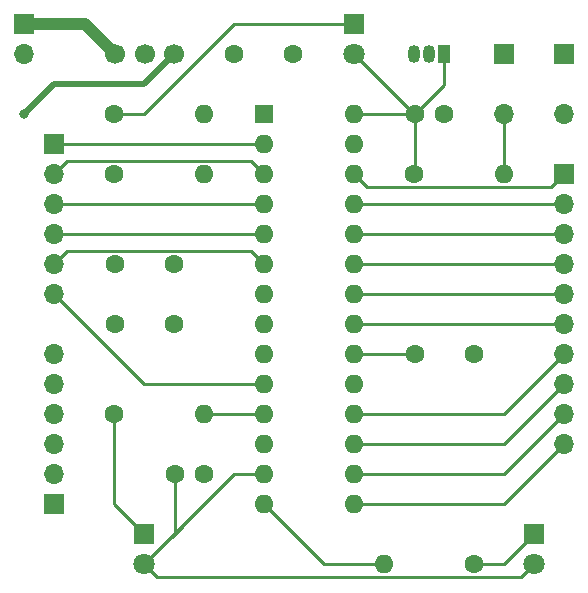
<source format=gbr>
%TF.GenerationSoftware,KiCad,Pcbnew,7.0.1*%
%TF.CreationDate,2023-04-18T12:26:55-05:00*%
%TF.ProjectId,HW4_PCB,4857345f-5043-4422-9e6b-696361645f70,rev?*%
%TF.SameCoordinates,Original*%
%TF.FileFunction,Copper,L1,Top*%
%TF.FilePolarity,Positive*%
%FSLAX46Y46*%
G04 Gerber Fmt 4.6, Leading zero omitted, Abs format (unit mm)*
G04 Created by KiCad (PCBNEW 7.0.1) date 2023-04-18 12:26:55*
%MOMM*%
%LPD*%
G01*
G04 APERTURE LIST*
%TA.AperFunction,ComponentPad*%
%ADD10C,1.600000*%
%TD*%
%TA.AperFunction,ComponentPad*%
%ADD11O,1.600000X1.600000*%
%TD*%
%TA.AperFunction,ComponentPad*%
%ADD12R,1.700000X1.700000*%
%TD*%
%TA.AperFunction,ComponentPad*%
%ADD13O,1.700000X1.700000*%
%TD*%
%TA.AperFunction,ComponentPad*%
%ADD14R,1.800000X1.800000*%
%TD*%
%TA.AperFunction,ComponentPad*%
%ADD15C,1.800000*%
%TD*%
%TA.AperFunction,ComponentPad*%
%ADD16R,1.600000X1.600000*%
%TD*%
%TA.AperFunction,ComponentPad*%
%ADD17C,1.700000*%
%TD*%
%TA.AperFunction,ComponentPad*%
%ADD18R,1.050000X1.500000*%
%TD*%
%TA.AperFunction,ComponentPad*%
%ADD19O,1.050000X1.500000*%
%TD*%
%TA.AperFunction,ViaPad*%
%ADD20C,0.800000*%
%TD*%
%TA.AperFunction,Conductor*%
%ADD21C,0.500000*%
%TD*%
%TA.AperFunction,Conductor*%
%ADD22C,0.250000*%
%TD*%
%TA.AperFunction,Conductor*%
%ADD23C,1.000000*%
%TD*%
G04 APERTURE END LIST*
D10*
%TO.P,R4,1*%
%TO.N,Net-(D2-K)*%
X109220000Y-134620000D03*
D11*
%TO.P,R4,2*%
%TO.N,/Green*%
X116840000Y-134620000D03*
%TD*%
D10*
%TO.P,R5,1*%
%TO.N,Net-(D3-K)*%
X139700000Y-147320000D03*
D11*
%TO.P,R5,2*%
%TO.N,/Yellow*%
X132080000Y-147320000D03*
%TD*%
D10*
%TO.P,C2,1*%
%TO.N,+3.3V*%
X109300000Y-121920000D03*
%TO.P,C2,2*%
%TO.N,GND*%
X114300000Y-121920000D03*
%TD*%
D12*
%TO.P,J4,1,Pin_1*%
%TO.N,/B15*%
X147320000Y-114300000D03*
D13*
%TO.P,J4,2,Pin_2*%
%TO.N,/B14*%
X147320000Y-116840000D03*
%TO.P,J4,3,Pin_3*%
%TO.N,/B13*%
X147320000Y-119380000D03*
%TO.P,J4,4,Pin_4*%
%TO.N,/B12*%
X147320000Y-121920000D03*
%TO.P,J4,5,Pin_5*%
%TO.N,/B11*%
X147320000Y-124460000D03*
%TO.P,J4,6,Pin_6*%
%TO.N,/B10*%
X147320000Y-127000000D03*
%TO.P,J4,7,Pin_7*%
%TO.N,/B9*%
X147320000Y-129540000D03*
%TO.P,J4,8,Pin_8*%
%TO.N,/B8*%
X147320000Y-132080000D03*
%TO.P,J4,9,Pin_9*%
%TO.N,/B7*%
X147320000Y-134620000D03*
%TO.P,J4,10,Pin_10*%
%TO.N,/B6*%
X147320000Y-137160000D03*
%TD*%
D12*
%TO.P,MCLR1,1,1*%
%TO.N,GND*%
X147320000Y-104140000D03*
D13*
%TO.P,MCLR1,2,2*%
%TO.N,/MCLR*%
X147320000Y-109220000D03*
%TD*%
D10*
%TO.P,R3,1*%
%TO.N,+3.3V*%
X134620000Y-114300000D03*
D11*
%TO.P,R3,2*%
%TO.N,/USER*%
X142240000Y-114300000D03*
%TD*%
D10*
%TO.P,C4,1*%
%TO.N,+3.3V*%
X134660000Y-109220000D03*
%TO.P,C4,2*%
%TO.N,GND*%
X137160000Y-109220000D03*
%TD*%
D14*
%TO.P,D2,1,K*%
%TO.N,Net-(D2-K)*%
X111760000Y-144780000D03*
D15*
%TO.P,D2,2,A*%
%TO.N,+3.3V*%
X111760000Y-147320000D03*
%TD*%
D10*
%TO.P,C6,1*%
%TO.N,Net-(PIC32MX170F256B1-VCAP)*%
X134700000Y-129540000D03*
%TO.P,C6,2*%
%TO.N,GND*%
X139700000Y-129540000D03*
%TD*%
D16*
%TO.P,PIC32MX170F256B1,1,~{MCLR}*%
%TO.N,/MCLR*%
X121920000Y-109220000D03*
D11*
%TO.P,PIC32MX170F256B1,2,A0*%
%TO.N,/A0*%
X121920000Y-111760000D03*
%TO.P,PIC32MX170F256B1,3,A1*%
%TO.N,/A1*%
X121920000Y-114300000D03*
%TO.P,PIC32MX170F256B1,4,B0*%
%TO.N,/B0*%
X121920000Y-116840000D03*
%TO.P,PIC32MX170F256B1,5,B1*%
%TO.N,/B1*%
X121920000Y-119380000D03*
%TO.P,PIC32MX170F256B1,6,B2*%
%TO.N,/B2*%
X121920000Y-121920000D03*
%TO.P,PIC32MX170F256B1,7,B3*%
%TO.N,/U1TX*%
X121920000Y-124460000D03*
%TO.P,PIC32MX170F256B1,8,Vss*%
%TO.N,GND*%
X121920000Y-127000000D03*
%TO.P,PIC32MX170F256B1,9,A2*%
%TO.N,/U1RX*%
X121920000Y-129540000D03*
%TO.P,PIC32MX170F256B1,10,A3*%
%TO.N,/A3*%
X121920000Y-132080000D03*
%TO.P,PIC32MX170F256B1,11,B4*%
%TO.N,/Green*%
X121920000Y-134620000D03*
%TO.P,PIC32MX170F256B1,12,A4*%
%TO.N,/USER*%
X121920000Y-137160000D03*
%TO.P,PIC32MX170F256B1,13,Vdd*%
%TO.N,+3.3V*%
X121920000Y-139700000D03*
%TO.P,PIC32MX170F256B1,14,B5*%
%TO.N,/Yellow*%
X121920000Y-142240000D03*
%TO.P,PIC32MX170F256B1,15,B6*%
%TO.N,/B6*%
X129540000Y-142240000D03*
%TO.P,PIC32MX170F256B1,16,B7*%
%TO.N,/B7*%
X129540000Y-139700000D03*
%TO.P,PIC32MX170F256B1,17,B8*%
%TO.N,/B8*%
X129540000Y-137160000D03*
%TO.P,PIC32MX170F256B1,18,B9*%
%TO.N,/B9*%
X129540000Y-134620000D03*
%TO.P,PIC32MX170F256B1,19,Vss*%
%TO.N,GND*%
X129540000Y-132080000D03*
%TO.P,PIC32MX170F256B1,20,VCAP*%
%TO.N,Net-(PIC32MX170F256B1-VCAP)*%
X129540000Y-129540000D03*
%TO.P,PIC32MX170F256B1,21,B10*%
%TO.N,/B10*%
X129540000Y-127000000D03*
%TO.P,PIC32MX170F256B1,22,B11*%
%TO.N,/B11*%
X129540000Y-124460000D03*
%TO.P,PIC32MX170F256B1,23,B12*%
%TO.N,/B12*%
X129540000Y-121920000D03*
%TO.P,PIC32MX170F256B1,24,B13*%
%TO.N,/B13*%
X129540000Y-119380000D03*
%TO.P,PIC32MX170F256B1,25,B14*%
%TO.N,/B14*%
X129540000Y-116840000D03*
%TO.P,PIC32MX170F256B1,26,B15*%
%TO.N,/B15*%
X129540000Y-114300000D03*
%TO.P,PIC32MX170F256B1,27,AVss*%
%TO.N,GND*%
X129540000Y-111760000D03*
%TO.P,PIC32MX170F256B1,28,AVdd*%
%TO.N,+3.3V*%
X129540000Y-109220000D03*
%TD*%
D10*
%TO.P,R1,1*%
%TO.N,Net-(D1-K)*%
X109220000Y-109220000D03*
D11*
%TO.P,R1,2*%
%TO.N,GND*%
X116840000Y-109220000D03*
%TD*%
D12*
%TO.P,CP2102N1,1,Pin_1*%
%TO.N,GND*%
X104140000Y-142240000D03*
D13*
%TO.P,CP2102N1,2,Pin_2*%
%TO.N,unconnected-(CP2102N1-Pin_2-Pad2)*%
X104140000Y-139700000D03*
%TO.P,CP2102N1,3,Pin_3*%
%TO.N,+5V*%
X104140000Y-137160000D03*
%TO.P,CP2102N1,4,Pin_4*%
%TO.N,/U1RX*%
X104140000Y-134620000D03*
%TO.P,CP2102N1,5,Pin_5*%
%TO.N,/U1TX*%
X104140000Y-132080000D03*
%TO.P,CP2102N1,6,Pin_6*%
%TO.N,unconnected-(CP2102N1-Pin_6-Pad6)*%
X104140000Y-129540000D03*
%TD*%
D12*
%TO.P,J2,1,Pin_1*%
%TO.N,/A0*%
X104140000Y-111760000D03*
D13*
%TO.P,J2,2,Pin_2*%
%TO.N,/A1*%
X104140000Y-114300000D03*
%TO.P,J2,3,Pin_3*%
%TO.N,/B0*%
X104140000Y-116840000D03*
%TO.P,J2,4,Pin_4*%
%TO.N,/B1*%
X104140000Y-119380000D03*
%TO.P,J2,5,Pin_5*%
%TO.N,/B2*%
X104140000Y-121920000D03*
%TO.P,J2,6,Pin_6*%
%TO.N,/A3*%
X104140000Y-124460000D03*
%TD*%
D10*
%TO.P,R2,1*%
%TO.N,+3.3V*%
X109220000Y-114300000D03*
D11*
%TO.P,R2,2*%
%TO.N,/MCLR*%
X116840000Y-114300000D03*
%TD*%
D10*
%TO.P,C5,1*%
%TO.N,+3.3V*%
X114340000Y-139700000D03*
%TO.P,C5,2*%
%TO.N,GND*%
X116840000Y-139700000D03*
%TD*%
%TO.P,C1,1*%
%TO.N,+3.3V*%
X109300000Y-127000000D03*
%TO.P,C1,2*%
%TO.N,GND*%
X114300000Y-127000000D03*
%TD*%
D17*
%TO.P,Slide1,1,A*%
%TO.N,+5V*%
X114300000Y-104140000D03*
%TO.P,Slide1,2,B*%
%TO.N,Net-(AP7381-VI)*%
X111800000Y-104140000D03*
%TO.P,Slide1,3,C*%
%TO.N,Net-(Battery1-Pin_1)*%
X109300000Y-104140000D03*
%TD*%
D18*
%TO.P,AP7381,1,VO*%
%TO.N,+3.3V*%
X137160000Y-104140000D03*
D19*
%TO.P,AP7381,2,GND*%
%TO.N,GND*%
X135890000Y-104140000D03*
%TO.P,AP7381,3,VI*%
%TO.N,Net-(AP7381-VI)*%
X134620000Y-104140000D03*
%TD*%
D14*
%TO.P,D1,1,K*%
%TO.N,Net-(D1-K)*%
X129540000Y-101600000D03*
D15*
%TO.P,D1,2,A*%
%TO.N,+3.3V*%
X129540000Y-104140000D03*
%TD*%
D12*
%TO.P,USER1,1,1*%
%TO.N,GND*%
X142240000Y-104140000D03*
D13*
%TO.P,USER1,2,2*%
%TO.N,/USER*%
X142240000Y-109220000D03*
%TD*%
D10*
%TO.P,C3,1*%
%TO.N,Net-(AP7381-VI)*%
X124380000Y-104140000D03*
%TO.P,C3,2*%
%TO.N,GND*%
X119380000Y-104140000D03*
%TD*%
D12*
%TO.P,Battery1,1,Pin_1*%
%TO.N,Net-(Battery1-Pin_1)*%
X101600000Y-101600000D03*
D13*
%TO.P,Battery1,2,Pin_2*%
%TO.N,GND*%
X101600000Y-104140000D03*
%TD*%
D14*
%TO.P,D3,1,K*%
%TO.N,Net-(D3-K)*%
X144780000Y-144780000D03*
D15*
%TO.P,D3,2,A*%
%TO.N,+3.3V*%
X144780000Y-147320000D03*
%TD*%
D20*
%TO.N,+5V*%
X101600000Y-109220000D03*
%TD*%
D21*
%TO.N,+5V*%
X111760000Y-106680000D02*
X114300000Y-104140000D01*
X104140000Y-106680000D02*
X111760000Y-106680000D01*
X101600000Y-109220000D02*
X104140000Y-106680000D01*
D22*
%TO.N,/A3*%
X111760000Y-132080000D02*
X121920000Y-132080000D01*
X104140000Y-124460000D02*
X111760000Y-132080000D01*
%TO.N,/B2*%
X105265000Y-120795000D02*
X120795000Y-120795000D01*
X104140000Y-121920000D02*
X105265000Y-120795000D01*
%TO.N,/B1*%
X104140000Y-119380000D02*
X121920000Y-119380000D01*
%TO.N,/B0*%
X104140000Y-116840000D02*
X121920000Y-116840000D01*
%TO.N,/A1*%
X105265000Y-113175000D02*
X120795000Y-113175000D01*
X104140000Y-114300000D02*
X105265000Y-113175000D01*
X120795000Y-113175000D02*
X121920000Y-114300000D01*
%TO.N,/A0*%
X104140000Y-111760000D02*
X121920000Y-111760000D01*
%TO.N,+3.3V*%
X111760000Y-147320000D02*
X119380000Y-139700000D01*
X112885000Y-148445000D02*
X111760000Y-147320000D01*
X114340000Y-144740000D02*
X114340000Y-139700000D01*
X137160000Y-104140000D02*
X137160000Y-106720000D01*
X144780000Y-147320000D02*
X143655000Y-148445000D01*
X134620000Y-109220000D02*
X134660000Y-109220000D01*
X114340000Y-144740000D02*
X119380000Y-139700000D01*
X143655000Y-148445000D02*
X112885000Y-148445000D01*
X134660000Y-114260000D02*
X134620000Y-114300000D01*
X137160000Y-106720000D02*
X134660000Y-109220000D01*
X134660000Y-109220000D02*
X134660000Y-114260000D01*
X119380000Y-139700000D02*
X121920000Y-139700000D01*
X134660000Y-109220000D02*
X129540000Y-109220000D01*
X111760000Y-147320000D02*
X114340000Y-144740000D01*
X129540000Y-104140000D02*
X134620000Y-109220000D01*
D23*
%TO.N,Net-(Battery1-Pin_1)*%
X101600000Y-101600000D02*
X106760000Y-101600000D01*
X106760000Y-101600000D02*
X109300000Y-104140000D01*
D22*
%TO.N,Net-(PIC32MX170F256B1-VCAP)*%
X129540000Y-129540000D02*
X134700000Y-129540000D01*
%TO.N,Net-(D1-K)*%
X129540000Y-101600000D02*
X119380000Y-101600000D01*
X119380000Y-101600000D02*
X111760000Y-109220000D01*
X111760000Y-109220000D02*
X109220000Y-109220000D01*
%TO.N,Net-(D2-K)*%
X109220000Y-134620000D02*
X109220000Y-142240000D01*
X109220000Y-142240000D02*
X111760000Y-144780000D01*
%TO.N,Net-(D3-K)*%
X139700000Y-147320000D02*
X142240000Y-147320000D01*
X142240000Y-147320000D02*
X144780000Y-144780000D01*
%TO.N,/B2*%
X120795000Y-120795000D02*
X121920000Y-121920000D01*
%TO.N,/B15*%
X146195000Y-115425000D02*
X147320000Y-114300000D01*
X129540000Y-114300000D02*
X130665000Y-115425000D01*
X130665000Y-115425000D02*
X146195000Y-115425000D01*
%TO.N,/B14*%
X129540000Y-116840000D02*
X147320000Y-116840000D01*
%TO.N,/B13*%
X129540000Y-119380000D02*
X147320000Y-119380000D01*
%TO.N,/B12*%
X129540000Y-121920000D02*
X147320000Y-121920000D01*
%TO.N,/B11*%
X129540000Y-124460000D02*
X147320000Y-124460000D01*
%TO.N,/B10*%
X147320000Y-127000000D02*
X129540000Y-127000000D01*
%TO.N,/B9*%
X147320000Y-129540000D02*
X142240000Y-134620000D01*
X142240000Y-134620000D02*
X129540000Y-134620000D01*
%TO.N,/B8*%
X142240000Y-137160000D02*
X147320000Y-132080000D01*
X129540000Y-137160000D02*
X142240000Y-137160000D01*
%TO.N,/B7*%
X142240000Y-139700000D02*
X147320000Y-134620000D01*
X129540000Y-139700000D02*
X142240000Y-139700000D01*
%TO.N,/B6*%
X147320000Y-137160000D02*
X142240000Y-142240000D01*
X142240000Y-142240000D02*
X129540000Y-142240000D01*
%TO.N,/Green*%
X116840000Y-134620000D02*
X121920000Y-134620000D01*
%TO.N,/USER*%
X142240000Y-114300000D02*
X142240000Y-109220000D01*
%TO.N,/Yellow*%
X127000000Y-147320000D02*
X121920000Y-142240000D01*
X132080000Y-147320000D02*
X127000000Y-147320000D01*
%TD*%
M02*

</source>
